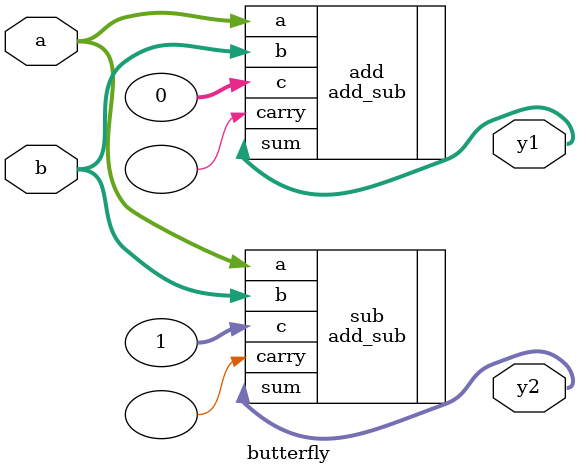
<source format=v>
module butterfly(a,b,y1,y2);
parameter n=8;
input [n-1:0]a,b;
output [n-1:0]y1,y2;
add_sub add(.a(a),.b(b),.c(0),.sum(y1),.carry());
add_sub sub(.a(a),.b(b),.c(1),.sum(y2),.carry());
endmodule

</source>
